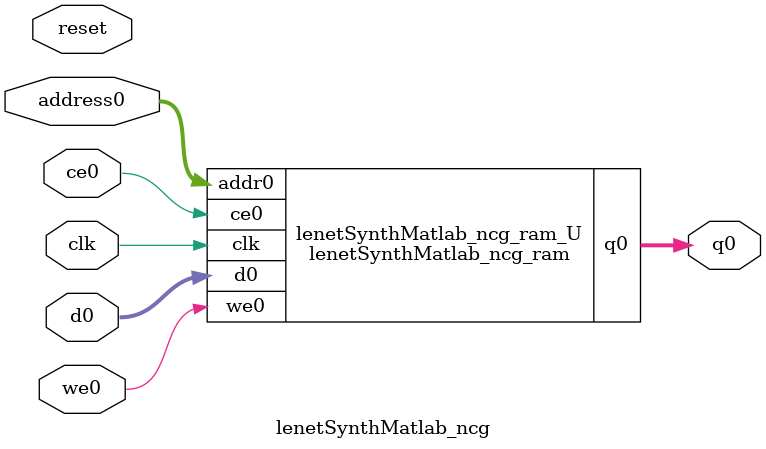
<source format=v>

`timescale 1 ns / 1 ps
module lenetSynthMatlab_ncg_ram (addr0, ce0, d0, we0, q0,  clk);

parameter DWIDTH = 16;
parameter AWIDTH = 11;
parameter MEM_SIZE = 1600;

input[AWIDTH-1:0] addr0;
input ce0;
input[DWIDTH-1:0] d0;
input we0;
output reg[DWIDTH-1:0] q0;
input clk;

(* ram_style = "block" *)reg [DWIDTH-1:0] ram[0:MEM_SIZE-1];




always @(posedge clk)  
begin 
    if (ce0) 
    begin
        if (we0) 
        begin 
            ram[addr0] <= d0; 
            q0 <= d0;
        end 
        else 
            q0 <= ram[addr0];
    end
end


endmodule


`timescale 1 ns / 1 ps
module lenetSynthMatlab_ncg(
    reset,
    clk,
    address0,
    ce0,
    we0,
    d0,
    q0);

parameter DataWidth = 32'd16;
parameter AddressRange = 32'd1600;
parameter AddressWidth = 32'd11;
input reset;
input clk;
input[AddressWidth - 1:0] address0;
input ce0;
input we0;
input[DataWidth - 1:0] d0;
output[DataWidth - 1:0] q0;



lenetSynthMatlab_ncg_ram lenetSynthMatlab_ncg_ram_U(
    .clk( clk ),
    .addr0( address0 ),
    .ce0( ce0 ),
    .we0( we0 ),
    .d0( d0 ),
    .q0( q0 ));

endmodule


</source>
